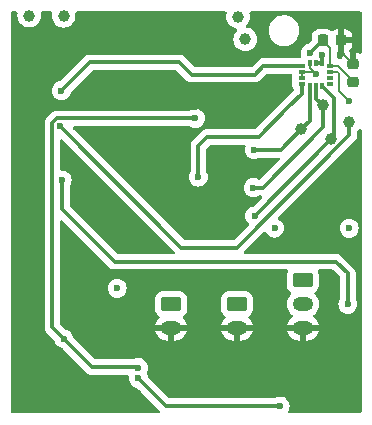
<source format=gbr>
%TF.GenerationSoftware,KiCad,Pcbnew,8.0.6*%
%TF.CreationDate,2024-11-21T01:25:50-08:00*%
%TF.ProjectId,LED20,4c454432-302e-46b6-9963-61645f706362,2*%
%TF.SameCoordinates,Original*%
%TF.FileFunction,Copper,L2,Bot*%
%TF.FilePolarity,Positive*%
%FSLAX46Y46*%
G04 Gerber Fmt 4.6, Leading zero omitted, Abs format (unit mm)*
G04 Created by KiCad (PCBNEW 8.0.6) date 2024-11-21 01:25:50*
%MOMM*%
%LPD*%
G01*
G04 APERTURE LIST*
G04 Aperture macros list*
%AMRoundRect*
0 Rectangle with rounded corners*
0 $1 Rounding radius*
0 $2 $3 $4 $5 $6 $7 $8 $9 X,Y pos of 4 corners*
0 Add a 4 corners polygon primitive as box body*
4,1,4,$2,$3,$4,$5,$6,$7,$8,$9,$2,$3,0*
0 Add four circle primitives for the rounded corners*
1,1,$1+$1,$2,$3*
1,1,$1+$1,$4,$5*
1,1,$1+$1,$6,$7*
1,1,$1+$1,$8,$9*
0 Add four rect primitives between the rounded corners*
20,1,$1+$1,$2,$3,$4,$5,0*
20,1,$1+$1,$4,$5,$6,$7,0*
20,1,$1+$1,$6,$7,$8,$9,0*
20,1,$1+$1,$8,$9,$2,$3,0*%
G04 Aperture macros list end*
%TA.AperFunction,ComponentPad*%
%ADD10RoundRect,0.250000X-0.625000X0.350000X-0.625000X-0.350000X0.625000X-0.350000X0.625000X0.350000X0*%
%TD*%
%TA.AperFunction,ComponentPad*%
%ADD11O,1.750000X1.200000*%
%TD*%
%TA.AperFunction,SMDPad,CuDef*%
%ADD12C,1.000000*%
%TD*%
%TA.AperFunction,SMDPad,CuDef*%
%ADD13RoundRect,0.225000X-0.250000X0.225000X-0.250000X-0.225000X0.250000X-0.225000X0.250000X0.225000X0*%
%TD*%
%TA.AperFunction,SMDPad,CuDef*%
%ADD14R,0.576580X0.351536*%
%TD*%
%TA.AperFunction,SMDPad,CuDef*%
%ADD15R,0.351536X0.576580*%
%TD*%
%TA.AperFunction,SMDPad,CuDef*%
%ADD16RoundRect,0.225000X0.225000X0.250000X-0.225000X0.250000X-0.225000X-0.250000X0.225000X-0.250000X0*%
%TD*%
%TA.AperFunction,ViaPad*%
%ADD17C,0.600000*%
%TD*%
%TA.AperFunction,Conductor*%
%ADD18C,0.304800*%
%TD*%
%TA.AperFunction,Conductor*%
%ADD19C,0.200000*%
%TD*%
%TA.AperFunction,Conductor*%
%ADD20C,0.203200*%
%TD*%
G04 APERTURE END LIST*
D10*
%TO.P,U6,1,1*%
%TO.N,+5V IN*%
X151155921Y-88608331D03*
D11*
%TO.P,U6,2,2*%
%TO.N,GND*%
X151155921Y-90608331D03*
%TD*%
D10*
%TO.P,D1,1,VDD*%
%TO.N,+5V*%
X156733847Y-86611446D03*
D11*
%TO.P,D1,2,DIN*%
%TO.N,3.3V Data (D4)*%
X156733847Y-88611446D03*
%TO.P,D1,3,VSS*%
%TO.N,GND*%
X156733847Y-90611446D03*
%TD*%
D10*
%TO.P,U7,1,1*%
%TO.N,VBATT*%
X145575412Y-88608331D03*
D11*
%TO.P,U7,2,2*%
%TO.N,GND*%
X145575412Y-90608331D03*
%TD*%
D12*
%TO.P,TP10,1,1*%
%TO.N,Net-(U1-INT2)*%
X160680206Y-73216858D03*
%TD*%
%TO.P,TP15,1,1*%
%TO.N,unconnected-(TP15-Pad1)*%
X133558215Y-64181695D03*
%TD*%
%TO.P,TP16,1,1*%
%TO.N,unconnected-(TP16-Pad1)*%
X136473277Y-64192789D03*
%TD*%
D13*
%TO.P,C5,1*%
%TO.N,GND*%
X160950275Y-68271751D03*
%TO.P,C5,2*%
%TO.N,3.3V*%
X160950275Y-69821751D03*
%TD*%
D14*
%TO.P,U1,1,SDO/SA0*%
%TO.N,Net-(U1-SDO{slash}SA0)*%
X156639353Y-69942353D03*
%TO.P,U1,2,SDx*%
%TO.N,3.3V*%
X156639353Y-69442352D03*
%TO.P,U1,3,SCx*%
X156639353Y-68942352D03*
%TO.P,U1,4,INT1*%
%TO.N,Net-(U1-INT1)*%
X156639353Y-68442351D03*
D15*
%TO.P,U1,5,VDDIO*%
%TO.N,3.3V*%
X157349654Y-68236052D03*
%TO.P,U1,6,GND*%
%TO.N,GND*%
X157849653Y-68236052D03*
%TO.P,U1,7,GND*%
X158349652Y-68236052D03*
D14*
%TO.P,U1,8,VDD*%
%TO.N,3.3V*%
X159059953Y-68442351D03*
%TO.P,U1,9,INT2*%
%TO.N,Net-(U1-INT2)*%
X159059953Y-68942352D03*
%TO.P,U1,10,NC*%
%TO.N,unconnected-(U1-NC-Pad10)*%
X159059953Y-69442352D03*
%TO.P,U1,11,NC*%
%TO.N,unconnected-(U1-NC-Pad11)*%
X159059953Y-69942353D03*
D15*
%TO.P,U1,12,CS*%
%TO.N,Net-(U1-CS)*%
X158349652Y-70148652D03*
%TO.P,U1,13,SCL*%
%TO.N,Net-(U1-SCL)*%
X157849653Y-70148652D03*
%TO.P,U1,14,SDA*%
%TO.N,Net-(U1-SDA)*%
X157349654Y-70148652D03*
%TD*%
D12*
%TO.P,TP7,1,1*%
%TO.N,Net-(U1-CS)*%
X159140756Y-74664675D03*
%TD*%
%TO.P,TP13,1,1*%
%TO.N,unconnected-(TP13-Pad1)*%
X151857879Y-66189222D03*
%TD*%
%TO.P,TP14,1,1*%
%TO.N,unconnected-(TP14-Pad1)*%
X151241689Y-64264802D03*
%TD*%
%TO.P,TP4,1,1*%
%TO.N,Net-(U1-SDA)*%
X156608313Y-73814663D03*
%TD*%
%TO.P,TP6,1,1*%
%TO.N,Net-(U1-SCL)*%
X158430138Y-71791608D03*
%TD*%
D16*
%TO.P,C4,2*%
%TO.N,3.3V*%
X158417930Y-66285353D03*
%TO.P,C4,1*%
%TO.N,GND*%
X159967930Y-66285353D03*
%TD*%
D17*
%TO.N,3.3V*%
X147632858Y-72883326D03*
%TO.N,GND*%
X158349652Y-67484429D03*
%TO.N,3.3V*%
X157349654Y-67353629D03*
%TO.N,Net-(U1-SDA)*%
X156608313Y-73814663D03*
%TO.N,Net-(U1-CS)*%
X159140756Y-74664675D03*
%TO.N,Net-(U1-SCL)*%
X158430138Y-71791608D03*
%TO.N,VBATT*%
X141008275Y-87276212D03*
%TO.N,Net-(U2-C+)*%
X154333075Y-82169007D03*
%TO.N,+5V*%
X160649673Y-82192994D03*
%TO.N,GND*%
X160637500Y-93450000D03*
X161174315Y-75882805D03*
X160899645Y-64735493D03*
X152647063Y-64284093D03*
X147637500Y-80450000D03*
X137637500Y-66450000D03*
X138991771Y-89796948D03*
X147637500Y-71950000D03*
X157288203Y-82709760D03*
X139137500Y-78450000D03*
X144137500Y-83450000D03*
X142794572Y-96159296D03*
X137637500Y-94950000D03*
X144637500Y-76950000D03*
X145130972Y-80127771D03*
X138637500Y-71950000D03*
X141885839Y-70673188D03*
X138637500Y-84950000D03*
%TO.N,3.3V*%
X157880031Y-69166348D03*
%TO.N,3.3V Data (D4)*%
X136346242Y-78108587D03*
X160536654Y-88625189D03*
%TO.N,Net-(U1-SDA)*%
X152624770Y-75551500D03*
%TO.N,Net-(U1-SDO{slash}SA0)*%
X147874161Y-77851844D03*
%TO.N,Net-(U1-SCL)*%
X152543623Y-78757729D03*
%TO.N,Net-(U1-CS)*%
X152657837Y-81147595D03*
%TO.N,Net-(U1-INT2)*%
X160680206Y-71450000D03*
X160680206Y-73216858D03*
X136183121Y-73557121D03*
%TO.N,Net-(U1-INT1)*%
X136287163Y-70544233D03*
%TO.N,unconnected-(TP13-Pad1)*%
X151857879Y-66189222D03*
%TO.N,unconnected-(TP14-Pad1)*%
X151241689Y-64264802D03*
%TO.N,unconnected-(TP15-Pad1)*%
X133558215Y-64181695D03*
%TO.N,unconnected-(TP16-Pad1)*%
X136473277Y-64192789D03*
%TO.N,Net-(U3-COLLECTOR)*%
X154796611Y-97243389D03*
X142807619Y-94892129D03*
%TO.N,3.3V*%
X136493951Y-91556451D03*
X142809323Y-94001798D03*
%TO.N,GND*%
X159908708Y-67506138D03*
X152637500Y-70463206D03*
%TD*%
D18*
%TO.N,3.3V*%
X135932474Y-72885135D02*
X147631049Y-72885135D01*
X135530721Y-73286888D02*
X135932474Y-72885135D01*
X147631049Y-72885135D02*
X147632858Y-72883326D01*
X135530721Y-90593221D02*
X135530721Y-73286888D01*
X136493951Y-91556451D02*
X135530721Y-90593221D01*
%TO.N,GND*%
X158349652Y-67484429D02*
X158349652Y-68236052D01*
D19*
X160184662Y-67506138D02*
X160950275Y-68271751D01*
X159908708Y-66344575D02*
X159967930Y-66285353D01*
X159908708Y-67506138D02*
X160184662Y-67506138D01*
X159908708Y-67506138D02*
X159908708Y-66344575D01*
D18*
%TO.N,3.3V*%
X157349654Y-67353629D02*
X158417930Y-66285353D01*
D19*
X159059953Y-68442351D02*
X159059953Y-66927376D01*
X159059953Y-66927376D02*
X158417930Y-66285353D01*
D18*
%TO.N,Net-(U1-INT1)*%
X147312452Y-69187116D02*
X152652626Y-69187116D01*
X146258030Y-68132694D02*
X147312452Y-69187116D01*
X138698702Y-68132694D02*
X146258030Y-68132694D01*
X152652626Y-69187116D02*
X153397391Y-68442351D01*
X136287163Y-70544233D02*
X138698702Y-68132694D01*
D20*
%TO.N,3.3V*%
X157349654Y-68635971D02*
X157349654Y-68236052D01*
X157880031Y-69166348D02*
X157349654Y-68635971D01*
D18*
%TO.N,Net-(U1-INT2)*%
X160680206Y-74330701D02*
X160680206Y-73216858D01*
X136183121Y-73557121D02*
X146449900Y-83823900D01*
X151187007Y-83823900D02*
X160680206Y-74330701D01*
X146449900Y-83823900D02*
X151187007Y-83823900D01*
D19*
%TO.N,3.3V*%
X160950275Y-69702930D02*
X160950275Y-69821751D01*
X159689696Y-68442351D02*
X160950275Y-69702930D01*
X159059953Y-68442351D02*
X159689696Y-68442351D01*
%TO.N,Net-(U1-INT2)*%
X159759934Y-69078275D02*
X159759934Y-70529728D01*
X159624011Y-68942352D02*
X159759934Y-69078275D01*
X159759934Y-70529728D02*
X160680206Y-71450000D01*
X159059953Y-68942352D02*
X159624011Y-68942352D01*
%TO.N,3.3V*%
X160950275Y-69821751D02*
X160995277Y-69866753D01*
D18*
%TO.N,Net-(U3-COLLECTOR)*%
X145158879Y-97243389D02*
X142807619Y-94892129D01*
X154796611Y-97243389D02*
X145158879Y-97243389D01*
%TO.N,3.3V*%
X138887500Y-93950000D02*
X136493951Y-91556451D01*
X142757525Y-93950000D02*
X138887500Y-93950000D01*
X142809323Y-94001798D02*
X142757525Y-93950000D01*
%TO.N,Net-(U1-SDA)*%
X152624770Y-75551500D02*
X154871476Y-75551500D01*
X154871476Y-75551500D02*
X156608313Y-73814663D01*
%TO.N,Net-(U1-SDO{slash}SA0)*%
X152993064Y-74450000D02*
X155484764Y-71958300D01*
X148637500Y-74450000D02*
X152993064Y-74450000D01*
X147874161Y-77851844D02*
X147874161Y-75213339D01*
X147874161Y-75213339D02*
X148637500Y-74450000D01*
%TO.N,Net-(U1-SCL)*%
X153329771Y-78757729D02*
X158430138Y-73657362D01*
X158430138Y-73657362D02*
X158430138Y-71791608D01*
X152543623Y-78757729D02*
X153329771Y-78757729D01*
%TO.N,Net-(U1-CS)*%
X152657837Y-81147595D02*
X152657837Y-81147594D01*
X152657837Y-81147594D02*
X159140756Y-74664675D01*
%TO.N,3.3V Data (D4)*%
X160536654Y-86019264D02*
X160536654Y-88625189D01*
X140785920Y-85021520D02*
X159538910Y-85021520D01*
X159538910Y-85021520D02*
X160536654Y-86019264D01*
X136346242Y-80581842D02*
X140785920Y-85021520D01*
X136346242Y-78108587D02*
X136346242Y-80581842D01*
%TO.N,GND*%
X157849653Y-68236052D02*
X158349652Y-68236052D01*
D20*
%TO.N,3.3V*%
X156639353Y-68942352D02*
X157656035Y-68942352D01*
X157656035Y-68942352D02*
X157880031Y-69166348D01*
X156639353Y-68942352D02*
X156639353Y-69442352D01*
D18*
%TO.N,Net-(U1-SDA)*%
X157349654Y-73073322D02*
X157349654Y-70148652D01*
X156608313Y-73814663D02*
X157349654Y-73073322D01*
%TO.N,Net-(U1-SDO{slash}SA0)*%
X156639353Y-69942353D02*
X156639353Y-70803711D01*
X156639353Y-70803711D02*
X155484764Y-71958300D01*
%TO.N,Net-(U1-SCL)*%
X158430138Y-71791608D02*
X157849653Y-71211123D01*
X157849653Y-71211123D02*
X157849653Y-70148652D01*
%TO.N,Net-(U1-CS)*%
X159383131Y-74422300D02*
X159383131Y-71182131D01*
X159140756Y-74664675D02*
X159383131Y-74422300D01*
X159383131Y-71182131D02*
X158349652Y-70148652D01*
%TO.N,Net-(U1-INT1)*%
X156639353Y-68442351D02*
X153397391Y-68442351D01*
%TD*%
%TA.AperFunction,Conductor*%
%TO.N,GND*%
G36*
X132517312Y-63858567D02*
G01*
X132563067Y-63911371D01*
X132573011Y-63980529D01*
X132572247Y-63984985D01*
X132552874Y-64181695D01*
X132572190Y-64377824D01*
X132629403Y-64566428D01*
X132722301Y-64740227D01*
X132722305Y-64740234D01*
X132847331Y-64892578D01*
X132999675Y-65017604D01*
X132999682Y-65017608D01*
X133173481Y-65110506D01*
X133173484Y-65110506D01*
X133173488Y-65110509D01*
X133362083Y-65167719D01*
X133558215Y-65187036D01*
X133754347Y-65167719D01*
X133942942Y-65110509D01*
X133961266Y-65100715D01*
X134095992Y-65028702D01*
X134116753Y-65017605D01*
X134269098Y-64892578D01*
X134394125Y-64740233D01*
X134487029Y-64566422D01*
X134544239Y-64377827D01*
X134563556Y-64181695D01*
X134544239Y-63985563D01*
X134543642Y-63979501D01*
X134545230Y-63979344D01*
X134550769Y-63917478D01*
X134593633Y-63862302D01*
X134659524Y-63839060D01*
X134666157Y-63838882D01*
X135367919Y-63838882D01*
X135434958Y-63858567D01*
X135480713Y-63911371D01*
X135490657Y-63980529D01*
X135488402Y-63990674D01*
X135488441Y-63990682D01*
X135487253Y-63996652D01*
X135467936Y-64192789D01*
X135487252Y-64388918D01*
X135487253Y-64388921D01*
X135541099Y-64566428D01*
X135544465Y-64577522D01*
X135637363Y-64751321D01*
X135637367Y-64751328D01*
X135762393Y-64903672D01*
X135914737Y-65028698D01*
X135914744Y-65028702D01*
X136088543Y-65121600D01*
X136088546Y-65121600D01*
X136088550Y-65121603D01*
X136277145Y-65178813D01*
X136473277Y-65198130D01*
X136669409Y-65178813D01*
X136858004Y-65121603D01*
X136878760Y-65110509D01*
X136944909Y-65075151D01*
X137031815Y-65028699D01*
X137184160Y-64903672D01*
X137309187Y-64751327D01*
X137402091Y-64577516D01*
X137459301Y-64388921D01*
X137478618Y-64192789D01*
X137459301Y-63996657D01*
X137459300Y-63996654D01*
X137459300Y-63996652D01*
X137458113Y-63990682D01*
X137459899Y-63990326D01*
X137459349Y-63929017D01*
X137496594Y-63869902D01*
X137559886Y-63840308D01*
X137578635Y-63838882D01*
X150158176Y-63838882D01*
X150225215Y-63858567D01*
X150270970Y-63911371D01*
X150280914Y-63980529D01*
X150276836Y-63998878D01*
X150255665Y-64068667D01*
X150236348Y-64264802D01*
X150255664Y-64460931D01*
X150255665Y-64460934D01*
X150287666Y-64566428D01*
X150312877Y-64649535D01*
X150405775Y-64823334D01*
X150405779Y-64823341D01*
X150530805Y-64975685D01*
X150683149Y-65100711D01*
X150683156Y-65100715D01*
X150856955Y-65193613D01*
X150856958Y-65193613D01*
X150856962Y-65193616D01*
X151045557Y-65250826D01*
X151085724Y-65254782D01*
X151150511Y-65280943D01*
X151190870Y-65337977D01*
X151193987Y-65407777D01*
X151158873Y-65468182D01*
X151152240Y-65474034D01*
X151146996Y-65478337D01*
X151021969Y-65630682D01*
X151021965Y-65630689D01*
X150929067Y-65804488D01*
X150871854Y-65993092D01*
X150852538Y-66189222D01*
X150871854Y-66385351D01*
X150871855Y-66385354D01*
X150925749Y-66563019D01*
X150929067Y-66573955D01*
X151021965Y-66747754D01*
X151021969Y-66747761D01*
X151146995Y-66900105D01*
X151299339Y-67025131D01*
X151299346Y-67025135D01*
X151473145Y-67118033D01*
X151473148Y-67118033D01*
X151473152Y-67118036D01*
X151661747Y-67175246D01*
X151857879Y-67194563D01*
X152054011Y-67175246D01*
X152242606Y-67118036D01*
X152416417Y-67025132D01*
X152568762Y-66900105D01*
X152693789Y-66747760D01*
X152757888Y-66627839D01*
X152786690Y-66573955D01*
X152786690Y-66573954D01*
X152786693Y-66573949D01*
X152843903Y-66385354D01*
X152863220Y-66189222D01*
X152843903Y-65993090D01*
X152786693Y-65804495D01*
X152786690Y-65804491D01*
X152786690Y-65804488D01*
X152693792Y-65630689D01*
X152693788Y-65630682D01*
X152568762Y-65478338D01*
X152416418Y-65353312D01*
X152416411Y-65353308D01*
X152405822Y-65347648D01*
X153837000Y-65347648D01*
X153837000Y-65552351D01*
X153869022Y-65754534D01*
X153932281Y-65949223D01*
X154025215Y-66131613D01*
X154145528Y-66297213D01*
X154290286Y-66441971D01*
X154414667Y-66532337D01*
X154455890Y-66562287D01*
X154572107Y-66621503D01*
X154638276Y-66655218D01*
X154638278Y-66655218D01*
X154638281Y-66655220D01*
X154723653Y-66682959D01*
X154832965Y-66718477D01*
X154934057Y-66734488D01*
X155035148Y-66750500D01*
X155035149Y-66750500D01*
X155239851Y-66750500D01*
X155239852Y-66750500D01*
X155442034Y-66718477D01*
X155636719Y-66655220D01*
X155819110Y-66562287D01*
X155912090Y-66494732D01*
X155984713Y-66441971D01*
X155984715Y-66441968D01*
X155984719Y-66441966D01*
X156129466Y-66297219D01*
X156129468Y-66297215D01*
X156129471Y-66297213D01*
X156182232Y-66224590D01*
X156249787Y-66131610D01*
X156342720Y-65949219D01*
X156405977Y-65754534D01*
X156438000Y-65552352D01*
X156438000Y-65347648D01*
X156412561Y-65187035D01*
X156405977Y-65145465D01*
X156342718Y-64950776D01*
X156309003Y-64884607D01*
X156249787Y-64768390D01*
X156229326Y-64740227D01*
X156129471Y-64602786D01*
X155984713Y-64458028D01*
X155819113Y-64337715D01*
X155819112Y-64337714D01*
X155819110Y-64337713D01*
X155762153Y-64308691D01*
X155636723Y-64244781D01*
X155442034Y-64181522D01*
X155267495Y-64153878D01*
X155239852Y-64149500D01*
X155035148Y-64149500D01*
X155010829Y-64153351D01*
X154832965Y-64181522D01*
X154638276Y-64244781D01*
X154455886Y-64337715D01*
X154290286Y-64458028D01*
X154145528Y-64602786D01*
X154025215Y-64768386D01*
X153932281Y-64950776D01*
X153869022Y-65145465D01*
X153837000Y-65347648D01*
X152405822Y-65347648D01*
X152242612Y-65260410D01*
X152242606Y-65260408D01*
X152054011Y-65203198D01*
X152054008Y-65203197D01*
X152013841Y-65199241D01*
X151949054Y-65173079D01*
X151908696Y-65116044D01*
X151905580Y-65046244D01*
X151940696Y-64985839D01*
X151947330Y-64979986D01*
X151952572Y-64975685D01*
X152077599Y-64823340D01*
X152170503Y-64649529D01*
X152227713Y-64460934D01*
X152247030Y-64264802D01*
X152227713Y-64068670D01*
X152206542Y-63998878D01*
X152205918Y-63929011D01*
X152243166Y-63869898D01*
X152306460Y-63840307D01*
X152325202Y-63838882D01*
X161587822Y-63838882D01*
X161654861Y-63858567D01*
X161700616Y-63911371D01*
X161711822Y-63962882D01*
X161711822Y-67288279D01*
X161692137Y-67355318D01*
X161639333Y-67401073D01*
X161570175Y-67411017D01*
X161522728Y-67393820D01*
X161508761Y-67385206D01*
X161508756Y-67385203D01*
X161347881Y-67331895D01*
X161248597Y-67321751D01*
X161200275Y-67321751D01*
X161200275Y-68397751D01*
X161180590Y-68464790D01*
X161127786Y-68510545D01*
X161076275Y-68521751D01*
X160824275Y-68521751D01*
X160757236Y-68502066D01*
X160711481Y-68449262D01*
X160700275Y-68397751D01*
X160700275Y-67321751D01*
X160687417Y-67308894D01*
X160664160Y-67302065D01*
X160618405Y-67249261D01*
X160608461Y-67180103D01*
X160637486Y-67116547D01*
X160643518Y-67110068D01*
X160765506Y-66988080D01*
X160854472Y-66843845D01*
X160854477Y-66843834D01*
X160907785Y-66682959D01*
X160917929Y-66583675D01*
X160917930Y-66583662D01*
X160917930Y-66535353D01*
X160217930Y-66535353D01*
X160217930Y-67260352D01*
X160251968Y-67294390D01*
X160285453Y-67355713D01*
X160280469Y-67425405D01*
X160251969Y-67469752D01*
X160127699Y-67594022D01*
X160038732Y-67738258D01*
X160038728Y-67738267D01*
X160021985Y-67788795D01*
X159982212Y-67846239D01*
X159917696Y-67873062D01*
X159872186Y-67869565D01*
X159768753Y-67841850D01*
X159768264Y-67841786D01*
X159767882Y-67841617D01*
X159760903Y-67839747D01*
X159761194Y-67838658D01*
X159704368Y-67813517D01*
X159665899Y-67755191D01*
X159660453Y-67718847D01*
X159660453Y-67369192D01*
X159680138Y-67302153D01*
X159696770Y-67281512D01*
X159717930Y-67260351D01*
X159717930Y-66035353D01*
X160217930Y-66035353D01*
X160917929Y-66035353D01*
X160917929Y-65987045D01*
X160917928Y-65987028D01*
X160907785Y-65887745D01*
X160854477Y-65726871D01*
X160854472Y-65726860D01*
X160765505Y-65582624D01*
X160765502Y-65582620D01*
X160645662Y-65462780D01*
X160645658Y-65462777D01*
X160501422Y-65373810D01*
X160501411Y-65373805D01*
X160340536Y-65320497D01*
X160241252Y-65310353D01*
X160217930Y-65310353D01*
X160217930Y-66035353D01*
X159717930Y-66035353D01*
X159717930Y-65310352D01*
X159694623Y-65310353D01*
X159694604Y-65310354D01*
X159595322Y-65320497D01*
X159434448Y-65373805D01*
X159434437Y-65373810D01*
X159290201Y-65462777D01*
X159290195Y-65462781D01*
X159280961Y-65472016D01*
X159219637Y-65505499D01*
X159149945Y-65500512D01*
X159105602Y-65472013D01*
X159095974Y-65462385D01*
X159095970Y-65462382D01*
X158951635Y-65373354D01*
X158951629Y-65373351D01*
X158951627Y-65373350D01*
X158874063Y-65347648D01*
X158790639Y-65320004D01*
X158691276Y-65309853D01*
X158144592Y-65309853D01*
X158144574Y-65309854D01*
X158045222Y-65320003D01*
X158045219Y-65320004D01*
X157884235Y-65373349D01*
X157884224Y-65373354D01*
X157739889Y-65462382D01*
X157739885Y-65462385D01*
X157619962Y-65582308D01*
X157619959Y-65582312D01*
X157530931Y-65726647D01*
X157530926Y-65726658D01*
X157477581Y-65887643D01*
X157467430Y-65987000D01*
X157467430Y-66261149D01*
X157447745Y-66328188D01*
X157431111Y-66348830D01*
X157247604Y-66532337D01*
X157186281Y-66565822D01*
X157173810Y-66567876D01*
X157170403Y-66568259D01*
X157000132Y-66627839D01*
X156847391Y-66723813D01*
X156719838Y-66851366D01*
X156623865Y-67004105D01*
X156564285Y-67174374D01*
X156564284Y-67174379D01*
X156544089Y-67353625D01*
X156544089Y-67353632D01*
X156564284Y-67532878D01*
X156564286Y-67532886D01*
X156588165Y-67601129D01*
X156591726Y-67670908D01*
X156556997Y-67731535D01*
X156495003Y-67763762D01*
X156471124Y-67766083D01*
X156303193Y-67766083D01*
X156303186Y-67766084D01*
X156243581Y-67772491D01*
X156228530Y-67778105D01*
X156219070Y-67781633D01*
X156175739Y-67789451D01*
X153333084Y-67789451D01*
X153206952Y-67814540D01*
X153206946Y-67814542D01*
X153107122Y-67855891D01*
X153107121Y-67855891D01*
X153088129Y-67863757D01*
X152981189Y-67935211D01*
X152981186Y-67935214D01*
X152418504Y-68497897D01*
X152357181Y-68531382D01*
X152330823Y-68534216D01*
X147634254Y-68534216D01*
X147567215Y-68514531D01*
X147546573Y-68497897D01*
X146674235Y-67625557D01*
X146674234Y-67625556D01*
X146637676Y-67601129D01*
X146567294Y-67554102D01*
X146516069Y-67532884D01*
X146448474Y-67504885D01*
X146448472Y-67504884D01*
X146445026Y-67504199D01*
X146443854Y-67503966D01*
X146322337Y-67479794D01*
X146322335Y-67479794D01*
X138634397Y-67479794D01*
X138634395Y-67479794D01*
X138512878Y-67503966D01*
X138511936Y-67504153D01*
X138508259Y-67504884D01*
X138508257Y-67504885D01*
X138389439Y-67554101D01*
X138282499Y-67625555D01*
X136185113Y-69722941D01*
X136123790Y-69756426D01*
X136111319Y-69758480D01*
X136107912Y-69758863D01*
X135937641Y-69818443D01*
X135784900Y-69914417D01*
X135657347Y-70041970D01*
X135561374Y-70194709D01*
X135501794Y-70364978D01*
X135501793Y-70364983D01*
X135481598Y-70544229D01*
X135481598Y-70544236D01*
X135501793Y-70723482D01*
X135501794Y-70723487D01*
X135561374Y-70893756D01*
X135657347Y-71046495D01*
X135784901Y-71174049D01*
X135937641Y-71270022D01*
X136107908Y-71329601D01*
X136107913Y-71329602D01*
X136287159Y-71349798D01*
X136287163Y-71349798D01*
X136287167Y-71349798D01*
X136466412Y-71329602D01*
X136466415Y-71329601D01*
X136466418Y-71329601D01*
X136636685Y-71270022D01*
X136789425Y-71174049D01*
X136916979Y-71046495D01*
X137012952Y-70893755D01*
X137072531Y-70723488D01*
X137072914Y-70720083D01*
X137073775Y-70718033D01*
X137074080Y-70716701D01*
X137074313Y-70716754D01*
X137099976Y-70655670D01*
X137108444Y-70646290D01*
X138932823Y-68821913D01*
X138994146Y-68788428D01*
X139020504Y-68785594D01*
X145936227Y-68785594D01*
X146003266Y-68805279D01*
X146023908Y-68821913D01*
X146896250Y-69694255D01*
X146968746Y-69742695D01*
X147003181Y-69765704D01*
X147003187Y-69765707D01*
X147003188Y-69765708D01*
X147122008Y-69814925D01*
X147122012Y-69814925D01*
X147122013Y-69814926D01*
X147248144Y-69840016D01*
X147248147Y-69840016D01*
X152716933Y-69840016D01*
X152825384Y-69818443D01*
X152843070Y-69814925D01*
X152961890Y-69765708D01*
X152968744Y-69761128D01*
X152982543Y-69751909D01*
X153039934Y-69713561D01*
X153068826Y-69694257D01*
X153631512Y-69131569D01*
X153692835Y-69098085D01*
X153719193Y-69095251D01*
X155726563Y-69095251D01*
X155793602Y-69114936D01*
X155839357Y-69167740D01*
X155850563Y-69219251D01*
X155850563Y-69665989D01*
X155850564Y-69666003D01*
X155851972Y-69679097D01*
X155851972Y-69705598D01*
X155850563Y-69718702D01*
X155850563Y-70165991D01*
X155850564Y-70165997D01*
X155856971Y-70225604D01*
X155907265Y-70360448D01*
X155907266Y-70360449D01*
X155907267Y-70360452D01*
X155950763Y-70418555D01*
X155975180Y-70484015D01*
X155960329Y-70552289D01*
X155939177Y-70580545D01*
X154977623Y-71542100D01*
X152758942Y-73760781D01*
X152697619Y-73794266D01*
X152671261Y-73797100D01*
X148573193Y-73797100D01*
X148447061Y-73822189D01*
X148447055Y-73822191D01*
X148328237Y-73871407D01*
X148221297Y-73942861D01*
X148221296Y-73942862D01*
X147367024Y-74797133D01*
X147367018Y-74797140D01*
X147320875Y-74866199D01*
X147320876Y-74866200D01*
X147295568Y-74904076D01*
X147246352Y-75022894D01*
X147246350Y-75022900D01*
X147221261Y-75149031D01*
X147221261Y-77350595D01*
X147202255Y-77416566D01*
X147148370Y-77502323D01*
X147088794Y-77672581D01*
X147088791Y-77672594D01*
X147068596Y-77851840D01*
X147068596Y-77851847D01*
X147088791Y-78031093D01*
X147088792Y-78031098D01*
X147148372Y-78201367D01*
X147244345Y-78354106D01*
X147371899Y-78481660D01*
X147462241Y-78538426D01*
X147519033Y-78574111D01*
X147524639Y-78577633D01*
X147616667Y-78609835D01*
X147694906Y-78637212D01*
X147694911Y-78637213D01*
X147874157Y-78657409D01*
X147874161Y-78657409D01*
X147874165Y-78657409D01*
X148053410Y-78637213D01*
X148053413Y-78637212D01*
X148053416Y-78637212D01*
X148223683Y-78577633D01*
X148376423Y-78481660D01*
X148503977Y-78354106D01*
X148599950Y-78201366D01*
X148659529Y-78031099D01*
X148666147Y-77972361D01*
X148679726Y-77851847D01*
X148679726Y-77851840D01*
X148659530Y-77672594D01*
X148659527Y-77672581D01*
X148599951Y-77502323D01*
X148546067Y-77416566D01*
X148527061Y-77350595D01*
X148527061Y-75535141D01*
X148546746Y-75468102D01*
X148563380Y-75447460D01*
X148871621Y-75139219D01*
X148932944Y-75105734D01*
X148959302Y-75102900D01*
X151758888Y-75102900D01*
X151825927Y-75122585D01*
X151871682Y-75175389D01*
X151881626Y-75244547D01*
X151875929Y-75267855D01*
X151839403Y-75372237D01*
X151839400Y-75372250D01*
X151819205Y-75551496D01*
X151819205Y-75551503D01*
X151839400Y-75730749D01*
X151839401Y-75730754D01*
X151898981Y-75901023D01*
X151994954Y-76053762D01*
X152122508Y-76181316D01*
X152275248Y-76277289D01*
X152445515Y-76336868D01*
X152445520Y-76336869D01*
X152624766Y-76357065D01*
X152624770Y-76357065D01*
X152624774Y-76357065D01*
X152804019Y-76336869D01*
X152804022Y-76336868D01*
X152804025Y-76336868D01*
X152974292Y-76277289D01*
X153060046Y-76223405D01*
X153126018Y-76204400D01*
X154660396Y-76204400D01*
X154727435Y-76224085D01*
X154773190Y-76276889D01*
X154783134Y-76346047D01*
X154754109Y-76409603D01*
X154748077Y-76416081D01*
X153109889Y-78054269D01*
X153048566Y-78087754D01*
X152978874Y-78082770D01*
X152956236Y-78071582D01*
X152893146Y-78031940D01*
X152722877Y-77972360D01*
X152722872Y-77972359D01*
X152543627Y-77952164D01*
X152543619Y-77952164D01*
X152364373Y-77972359D01*
X152364368Y-77972360D01*
X152194099Y-78031940D01*
X152041360Y-78127913D01*
X151913807Y-78255466D01*
X151817834Y-78408205D01*
X151758254Y-78578474D01*
X151758253Y-78578479D01*
X151738058Y-78757725D01*
X151738058Y-78757732D01*
X151758253Y-78936978D01*
X151758254Y-78936983D01*
X151817834Y-79107252D01*
X151913807Y-79259991D01*
X152041361Y-79387545D01*
X152194101Y-79483518D01*
X152364368Y-79543097D01*
X152364373Y-79543098D01*
X152543619Y-79563294D01*
X152543623Y-79563294D01*
X152543627Y-79563294D01*
X152722872Y-79543098D01*
X152722875Y-79543097D01*
X152722878Y-79543097D01*
X152893145Y-79483518D01*
X152978899Y-79429634D01*
X153044871Y-79410629D01*
X153172098Y-79410629D01*
X153239137Y-79430314D01*
X153284892Y-79483118D01*
X153294836Y-79552276D01*
X153265811Y-79615832D01*
X153259779Y-79622310D01*
X152555785Y-80326303D01*
X152494462Y-80359788D01*
X152481994Y-80361842D01*
X152478586Y-80362226D01*
X152478583Y-80362226D01*
X152478582Y-80362227D01*
X152429966Y-80379238D01*
X152308315Y-80421805D01*
X152155574Y-80517779D01*
X152028021Y-80645332D01*
X151932048Y-80798071D01*
X151872468Y-80968340D01*
X151872467Y-80968345D01*
X151852272Y-81147591D01*
X151852272Y-81147598D01*
X151872467Y-81326844D01*
X151872468Y-81326849D01*
X151932048Y-81497118D01*
X152028021Y-81649857D01*
X152145184Y-81767020D01*
X152178669Y-81828343D01*
X152173685Y-81898035D01*
X152145184Y-81942382D01*
X150952885Y-83134681D01*
X150891562Y-83168166D01*
X150865204Y-83171000D01*
X146771702Y-83171000D01*
X146704663Y-83151315D01*
X146684021Y-83134681D01*
X137299057Y-73749716D01*
X137265572Y-73688393D01*
X137270556Y-73618701D01*
X137312428Y-73562768D01*
X137377892Y-73538351D01*
X137386738Y-73538035D01*
X147134489Y-73538035D01*
X147200460Y-73557040D01*
X147283336Y-73609115D01*
X147453603Y-73668694D01*
X147453608Y-73668695D01*
X147632854Y-73688891D01*
X147632858Y-73688891D01*
X147632862Y-73688891D01*
X147812107Y-73668695D01*
X147812110Y-73668694D01*
X147812113Y-73668694D01*
X147982380Y-73609115D01*
X148135120Y-73513142D01*
X148262674Y-73385588D01*
X148358647Y-73232848D01*
X148418226Y-73062581D01*
X148427798Y-72977626D01*
X148438423Y-72883329D01*
X148438423Y-72883322D01*
X148418227Y-72704076D01*
X148418226Y-72704071D01*
X148358646Y-72533802D01*
X148262673Y-72381063D01*
X148135120Y-72253510D01*
X147982381Y-72157537D01*
X147812112Y-72097957D01*
X147812107Y-72097956D01*
X147632862Y-72077761D01*
X147632854Y-72077761D01*
X147453608Y-72097956D01*
X147453603Y-72097957D01*
X147283335Y-72157537D01*
X147194703Y-72213229D01*
X147128731Y-72232235D01*
X135868167Y-72232235D01*
X135742031Y-72257325D01*
X135742027Y-72257326D01*
X135692814Y-72277710D01*
X135692814Y-72277711D01*
X135674634Y-72285241D01*
X135623213Y-72306540D01*
X135623204Y-72306545D01*
X135516275Y-72377993D01*
X135516271Y-72377996D01*
X135023581Y-72870685D01*
X135023577Y-72870689D01*
X134970962Y-72949438D01*
X134970960Y-72949441D01*
X134952133Y-72977616D01*
X134952127Y-72977626D01*
X134902912Y-73096443D01*
X134902910Y-73096449D01*
X134877821Y-73222580D01*
X134877821Y-90657528D01*
X134878475Y-90660816D01*
X134896392Y-90750886D01*
X134902912Y-90783665D01*
X134952129Y-90902485D01*
X135006148Y-90983331D01*
X135023583Y-91009425D01*
X135023584Y-91009426D01*
X135672659Y-91658500D01*
X135706144Y-91719823D01*
X135708197Y-91732285D01*
X135708582Y-91735699D01*
X135708583Y-91735706D01*
X135768161Y-91905972D01*
X135768162Y-91905973D01*
X135864135Y-92058713D01*
X135991689Y-92186267D01*
X136144429Y-92282240D01*
X136314696Y-92341819D01*
X136318098Y-92342202D01*
X136320147Y-92343062D01*
X136321484Y-92343368D01*
X136321430Y-92343602D01*
X136382513Y-92369265D01*
X136391902Y-92377742D01*
X138471296Y-94457137D01*
X138471297Y-94457138D01*
X138471300Y-94457140D01*
X138541521Y-94504060D01*
X138578236Y-94528592D01*
X138697056Y-94577809D01*
X138697060Y-94577809D01*
X138697061Y-94577810D01*
X138823192Y-94602900D01*
X138823195Y-94602900D01*
X141895886Y-94602900D01*
X141962925Y-94622585D01*
X142008680Y-94675389D01*
X142019106Y-94740783D01*
X142002054Y-94892125D01*
X142002054Y-94892132D01*
X142022249Y-95071378D01*
X142022250Y-95071383D01*
X142081830Y-95241652D01*
X142177803Y-95394391D01*
X142305357Y-95521945D01*
X142458097Y-95617918D01*
X142628364Y-95677497D01*
X142631766Y-95677880D01*
X142633815Y-95678740D01*
X142635152Y-95679046D01*
X142635098Y-95679280D01*
X142696181Y-95704943D01*
X142705570Y-95713420D01*
X144618350Y-97626201D01*
X144651835Y-97687524D01*
X144646851Y-97757216D01*
X144604979Y-97813149D01*
X144539515Y-97837566D01*
X144530669Y-97837882D01*
X132116915Y-97837882D01*
X132049876Y-97818197D01*
X132004121Y-97765393D01*
X131992915Y-97713882D01*
X131992915Y-63962882D01*
X132012600Y-63895843D01*
X132065404Y-63850088D01*
X132116915Y-63838882D01*
X132450273Y-63838882D01*
X132517312Y-63858567D01*
G37*
%TD.AperFunction*%
%TA.AperFunction,Conductor*%
G36*
X161679328Y-73799802D02*
G01*
X161710044Y-73862558D01*
X161711822Y-73883484D01*
X161711822Y-97713882D01*
X161692137Y-97780921D01*
X161639333Y-97826676D01*
X161587822Y-97837882D01*
X155592836Y-97837882D01*
X155525797Y-97818197D01*
X155480042Y-97765393D01*
X155470098Y-97696235D01*
X155487842Y-97647910D01*
X155522399Y-97592912D01*
X155522400Y-97592911D01*
X155581979Y-97422644D01*
X155602176Y-97243389D01*
X155581979Y-97064134D01*
X155522400Y-96893867D01*
X155426427Y-96741127D01*
X155298873Y-96613573D01*
X155262135Y-96590489D01*
X155146134Y-96517600D01*
X154975865Y-96458020D01*
X154975860Y-96458019D01*
X154796615Y-96437824D01*
X154796607Y-96437824D01*
X154617361Y-96458019D01*
X154617356Y-96458020D01*
X154447088Y-96517600D01*
X154388888Y-96554170D01*
X154362416Y-96570804D01*
X154361335Y-96571483D01*
X154295363Y-96590489D01*
X145480681Y-96590489D01*
X145413642Y-96570804D01*
X145393000Y-96554170D01*
X143628910Y-94790080D01*
X143595425Y-94728757D01*
X143593370Y-94716276D01*
X143592987Y-94712874D01*
X143533408Y-94542607D01*
X143515616Y-94514291D01*
X143496616Y-94447055D01*
X143515617Y-94382346D01*
X143535111Y-94351322D01*
X143594691Y-94181052D01*
X143594692Y-94181047D01*
X143614888Y-94001801D01*
X143614888Y-94001794D01*
X143594692Y-93822548D01*
X143594691Y-93822543D01*
X143535111Y-93652274D01*
X143439138Y-93499535D01*
X143311585Y-93371982D01*
X143158846Y-93276009D01*
X142988577Y-93216429D01*
X142988572Y-93216428D01*
X142809327Y-93196233D01*
X142809319Y-93196233D01*
X142630073Y-93216428D01*
X142630068Y-93216429D01*
X142459800Y-93276009D01*
X142456481Y-93278095D01*
X142453958Y-93278821D01*
X142453528Y-93279029D01*
X142453492Y-93278955D01*
X142390510Y-93297100D01*
X139209302Y-93297100D01*
X139142263Y-93277415D01*
X139121621Y-93260781D01*
X137315242Y-91454402D01*
X137281757Y-91393079D01*
X137279702Y-91380598D01*
X137279319Y-91377196D01*
X137219740Y-91206929D01*
X137123767Y-91054189D01*
X136996213Y-90926635D01*
X136957775Y-90902483D01*
X136843472Y-90830661D01*
X136673206Y-90771083D01*
X136673199Y-90771082D01*
X136669785Y-90770697D01*
X136667732Y-90769834D01*
X136666417Y-90769534D01*
X136666469Y-90769303D01*
X136605373Y-90743623D01*
X136596000Y-90735159D01*
X136219940Y-90359099D01*
X136186455Y-90297776D01*
X136183621Y-90271418D01*
X136183621Y-88208314D01*
X144199912Y-88208314D01*
X144199912Y-89008332D01*
X144199913Y-89008350D01*
X144210412Y-89111127D01*
X144210413Y-89111130D01*
X144235963Y-89188234D01*
X144265598Y-89277665D01*
X144357700Y-89426987D01*
X144481756Y-89551043D01*
X144546393Y-89590911D01*
X144593117Y-89642857D01*
X144604340Y-89711820D01*
X144576497Y-89775902D01*
X144568978Y-89784130D01*
X144461376Y-89891732D01*
X144359607Y-90031806D01*
X144281003Y-90186075D01*
X144227497Y-90350746D01*
X144226296Y-90358330D01*
X144226297Y-90358331D01*
X145295082Y-90358331D01*
X145275337Y-90378076D01*
X145225968Y-90463586D01*
X145200412Y-90558961D01*
X145200412Y-90657701D01*
X145225968Y-90753076D01*
X145275337Y-90838586D01*
X145295082Y-90858331D01*
X144226297Y-90858331D01*
X144227497Y-90865915D01*
X144281003Y-91030586D01*
X144359607Y-91184855D01*
X144461379Y-91324933D01*
X144583809Y-91447363D01*
X144723887Y-91549135D01*
X144878154Y-91627739D01*
X145042827Y-91681245D01*
X145213841Y-91708331D01*
X145325412Y-91708331D01*
X145325412Y-90888661D01*
X145345157Y-90908406D01*
X145430667Y-90957775D01*
X145526042Y-90983331D01*
X145624782Y-90983331D01*
X145720157Y-90957775D01*
X145805667Y-90908406D01*
X145825412Y-90888661D01*
X145825412Y-91708331D01*
X145936983Y-91708331D01*
X146107996Y-91681245D01*
X146272669Y-91627739D01*
X146426936Y-91549135D01*
X146567014Y-91447363D01*
X146689444Y-91324933D01*
X146791216Y-91184855D01*
X146869820Y-91030586D01*
X146923326Y-90865915D01*
X146924527Y-90858331D01*
X145855742Y-90858331D01*
X145875487Y-90838586D01*
X145924856Y-90753076D01*
X145950412Y-90657701D01*
X145950412Y-90558961D01*
X145924856Y-90463586D01*
X145875487Y-90378076D01*
X145855742Y-90358331D01*
X146924527Y-90358331D01*
X146924527Y-90358330D01*
X146923326Y-90350746D01*
X146869820Y-90186075D01*
X146791216Y-90031806D01*
X146689444Y-89891728D01*
X146581846Y-89784130D01*
X146548361Y-89722807D01*
X146553345Y-89653115D01*
X146595217Y-89597182D01*
X146604407Y-89590925D01*
X146669068Y-89551043D01*
X146793124Y-89426987D01*
X146885226Y-89277665D01*
X146940411Y-89111128D01*
X146950912Y-89008340D01*
X146950911Y-88208323D01*
X146950910Y-88208314D01*
X149780421Y-88208314D01*
X149780421Y-89008332D01*
X149780422Y-89008350D01*
X149790921Y-89111127D01*
X149790922Y-89111130D01*
X149816472Y-89188234D01*
X149846107Y-89277665D01*
X149938209Y-89426987D01*
X150062265Y-89551043D01*
X150126902Y-89590911D01*
X150173626Y-89642857D01*
X150184849Y-89711820D01*
X150157006Y-89775902D01*
X150149487Y-89784130D01*
X150041885Y-89891732D01*
X149940116Y-90031806D01*
X149861512Y-90186075D01*
X149808006Y-90350746D01*
X149806805Y-90358330D01*
X149806806Y-90358331D01*
X150875591Y-90358331D01*
X150855846Y-90378076D01*
X150806477Y-90463586D01*
X150780921Y-90558961D01*
X150780921Y-90657701D01*
X150806477Y-90753076D01*
X150855846Y-90838586D01*
X150875591Y-90858331D01*
X149806806Y-90858331D01*
X149808006Y-90865915D01*
X149861512Y-91030586D01*
X149940116Y-91184855D01*
X150041888Y-91324933D01*
X150164318Y-91447363D01*
X150304396Y-91549135D01*
X150458663Y-91627739D01*
X150623336Y-91681245D01*
X150794350Y-91708331D01*
X150905921Y-91708331D01*
X150905921Y-90888661D01*
X150925666Y-90908406D01*
X151011176Y-90957775D01*
X151106551Y-90983331D01*
X151205291Y-90983331D01*
X151300666Y-90957775D01*
X151386176Y-90908406D01*
X151405921Y-90888661D01*
X151405921Y-91708331D01*
X151517492Y-91708331D01*
X151688505Y-91681245D01*
X151853178Y-91627739D01*
X152007445Y-91549135D01*
X152147523Y-91447363D01*
X152269953Y-91324933D01*
X152371725Y-91184855D01*
X152450329Y-91030586D01*
X152503835Y-90865915D01*
X152505036Y-90858331D01*
X151436251Y-90858331D01*
X151455996Y-90838586D01*
X151505365Y-90753076D01*
X151530921Y-90657701D01*
X151530921Y-90558961D01*
X151505365Y-90463586D01*
X151455996Y-90378076D01*
X151436251Y-90358331D01*
X152505036Y-90358331D01*
X152505036Y-90358330D01*
X152503835Y-90350746D01*
X152450329Y-90186075D01*
X152371725Y-90031806D01*
X152269953Y-89891728D01*
X152162355Y-89784130D01*
X152128870Y-89722807D01*
X152133854Y-89653115D01*
X152175726Y-89597182D01*
X152184916Y-89590925D01*
X152249577Y-89551043D01*
X152373633Y-89426987D01*
X152465735Y-89277665D01*
X152520920Y-89111128D01*
X152531421Y-89008340D01*
X152531420Y-88208323D01*
X152526449Y-88159664D01*
X152520920Y-88105534D01*
X152520919Y-88105531D01*
X152497434Y-88034658D01*
X152465735Y-87938997D01*
X152373633Y-87789675D01*
X152249577Y-87665619D01*
X152156809Y-87608400D01*
X152100257Y-87573518D01*
X152100252Y-87573516D01*
X152098783Y-87573029D01*
X151933718Y-87518332D01*
X151933716Y-87518331D01*
X151830931Y-87507831D01*
X150480919Y-87507831D01*
X150480902Y-87507832D01*
X150378124Y-87518331D01*
X150378121Y-87518332D01*
X150211589Y-87573516D01*
X150211584Y-87573518D01*
X150062263Y-87665620D01*
X149938210Y-87789673D01*
X149846108Y-87938994D01*
X149846106Y-87938999D01*
X149818270Y-88023001D01*
X149790922Y-88105534D01*
X149790922Y-88105535D01*
X149790921Y-88105535D01*
X149780421Y-88208314D01*
X146950910Y-88208314D01*
X146945940Y-88159664D01*
X146940411Y-88105534D01*
X146940410Y-88105531D01*
X146916925Y-88034658D01*
X146885226Y-87938997D01*
X146793124Y-87789675D01*
X146669068Y-87665619D01*
X146576300Y-87608400D01*
X146519748Y-87573518D01*
X146519743Y-87573516D01*
X146518274Y-87573029D01*
X146353209Y-87518332D01*
X146353207Y-87518331D01*
X146250422Y-87507831D01*
X144900410Y-87507831D01*
X144900393Y-87507832D01*
X144797615Y-87518331D01*
X144797612Y-87518332D01*
X144631080Y-87573516D01*
X144631075Y-87573518D01*
X144481754Y-87665620D01*
X144357701Y-87789673D01*
X144265599Y-87938994D01*
X144265597Y-87938999D01*
X144237761Y-88023001D01*
X144210413Y-88105534D01*
X144210413Y-88105535D01*
X144210412Y-88105535D01*
X144199912Y-88208314D01*
X136183621Y-88208314D01*
X136183621Y-87276208D01*
X140202710Y-87276208D01*
X140202710Y-87276215D01*
X140222905Y-87455461D01*
X140222906Y-87455466D01*
X140282486Y-87625735D01*
X140307547Y-87665619D01*
X140378459Y-87778474D01*
X140506013Y-87906028D01*
X140658753Y-88002001D01*
X140829020Y-88061580D01*
X140829025Y-88061581D01*
X141008271Y-88081777D01*
X141008275Y-88081777D01*
X141008279Y-88081777D01*
X141187524Y-88061581D01*
X141187527Y-88061580D01*
X141187530Y-88061580D01*
X141357797Y-88002001D01*
X141510537Y-87906028D01*
X141638091Y-87778474D01*
X141734064Y-87625734D01*
X141793643Y-87455467D01*
X141813325Y-87280782D01*
X141813840Y-87276215D01*
X141813840Y-87276208D01*
X141793644Y-87096962D01*
X141793643Y-87096957D01*
X141763727Y-87011462D01*
X141734064Y-86926690D01*
X141638091Y-86773950D01*
X141510537Y-86646396D01*
X141357798Y-86550423D01*
X141187529Y-86490843D01*
X141187524Y-86490842D01*
X141008279Y-86470647D01*
X141008271Y-86470647D01*
X140829025Y-86490842D01*
X140829020Y-86490843D01*
X140658751Y-86550423D01*
X140506012Y-86646396D01*
X140378459Y-86773949D01*
X140282486Y-86926688D01*
X140222906Y-87096957D01*
X140222905Y-87096962D01*
X140202710Y-87276208D01*
X136183621Y-87276208D01*
X136183621Y-81641923D01*
X136203306Y-81574884D01*
X136256110Y-81529129D01*
X136325268Y-81519185D01*
X136388824Y-81548210D01*
X136395302Y-81554242D01*
X140369715Y-85528656D01*
X140369718Y-85528659D01*
X140369721Y-85528661D01*
X140476656Y-85600112D01*
X140595476Y-85649329D01*
X140595480Y-85649329D01*
X140595481Y-85649330D01*
X140721612Y-85674420D01*
X140721615Y-85674420D01*
X155366972Y-85674420D01*
X155434011Y-85694105D01*
X155479766Y-85746909D01*
X155489710Y-85816067D01*
X155472511Y-85863515D01*
X155454476Y-85892754D01*
X155424034Y-85942109D01*
X155424033Y-85942112D01*
X155368848Y-86108649D01*
X155368848Y-86108650D01*
X155368847Y-86108650D01*
X155358347Y-86211429D01*
X155358347Y-87011447D01*
X155358348Y-87011465D01*
X155368847Y-87114242D01*
X155368848Y-87114245D01*
X155422518Y-87276208D01*
X155424033Y-87280780D01*
X155516135Y-87430102D01*
X155640191Y-87554158D01*
X155671579Y-87573518D01*
X155704390Y-87593756D01*
X155751115Y-87645704D01*
X155762336Y-87714667D01*
X155734493Y-87778749D01*
X155726975Y-87786976D01*
X155619432Y-87894519D01*
X155517615Y-88034657D01*
X155438975Y-88188998D01*
X155385444Y-88353748D01*
X155370843Y-88445939D01*
X155358347Y-88524835D01*
X155358347Y-88698057D01*
X155385445Y-88869147D01*
X155438974Y-89033891D01*
X155517615Y-89188234D01*
X155619433Y-89328374D01*
X155741919Y-89450860D01*
X155825296Y-89511437D01*
X155867961Y-89566768D01*
X155873940Y-89636381D01*
X155841334Y-89698176D01*
X155825295Y-89712073D01*
X155742251Y-89772407D01*
X155742246Y-89772411D01*
X155619814Y-89894843D01*
X155518042Y-90034921D01*
X155439438Y-90189190D01*
X155385932Y-90353861D01*
X155384731Y-90361445D01*
X155384732Y-90361446D01*
X156453517Y-90361446D01*
X156433772Y-90381191D01*
X156384403Y-90466701D01*
X156358847Y-90562076D01*
X156358847Y-90660816D01*
X156384403Y-90756191D01*
X156433772Y-90841701D01*
X156453517Y-90861446D01*
X155384732Y-90861446D01*
X155385932Y-90869030D01*
X155439438Y-91033701D01*
X155518042Y-91187970D01*
X155619814Y-91328048D01*
X155742244Y-91450478D01*
X155882322Y-91552250D01*
X156036589Y-91630854D01*
X156201262Y-91684360D01*
X156372276Y-91711446D01*
X156483847Y-91711446D01*
X156483847Y-90891776D01*
X156503592Y-90911521D01*
X156589102Y-90960890D01*
X156684477Y-90986446D01*
X156783217Y-90986446D01*
X156878592Y-90960890D01*
X156964102Y-90911521D01*
X156983847Y-90891776D01*
X156983847Y-91711446D01*
X157095418Y-91711446D01*
X157266431Y-91684360D01*
X157431104Y-91630854D01*
X157585371Y-91552250D01*
X157725449Y-91450478D01*
X157847879Y-91328048D01*
X157949651Y-91187970D01*
X158028255Y-91033701D01*
X158081761Y-90869030D01*
X158082962Y-90861446D01*
X157014177Y-90861446D01*
X157033922Y-90841701D01*
X157083291Y-90756191D01*
X157108847Y-90660816D01*
X157108847Y-90562076D01*
X157083291Y-90466701D01*
X157033922Y-90381191D01*
X157014177Y-90361446D01*
X158082962Y-90361446D01*
X158082962Y-90361445D01*
X158081761Y-90353861D01*
X158028255Y-90189190D01*
X157949651Y-90034921D01*
X157847879Y-89894843D01*
X157725449Y-89772413D01*
X157642398Y-89712074D01*
X157599732Y-89656744D01*
X157593753Y-89587131D01*
X157626358Y-89525335D01*
X157642398Y-89511437D01*
X157725775Y-89450860D01*
X157848261Y-89328374D01*
X157950079Y-89188234D01*
X158028720Y-89033891D01*
X158082249Y-88869147D01*
X158109347Y-88698057D01*
X158109347Y-88524835D01*
X158082249Y-88353745D01*
X158028720Y-88189001D01*
X157950079Y-88034658D01*
X157848261Y-87894518D01*
X157740719Y-87786976D01*
X157707234Y-87725653D01*
X157712218Y-87655961D01*
X157754090Y-87600028D01*
X157763304Y-87593756D01*
X157796115Y-87573518D01*
X157827503Y-87554158D01*
X157951559Y-87430102D01*
X158043661Y-87280780D01*
X158098846Y-87114243D01*
X158109347Y-87011455D01*
X158109346Y-86211438D01*
X158098846Y-86108649D01*
X158043661Y-85942112D01*
X157995182Y-85863515D01*
X157976743Y-85796124D01*
X157997666Y-85729461D01*
X158051308Y-85684691D01*
X158100722Y-85674420D01*
X159217107Y-85674420D01*
X159284146Y-85694105D01*
X159304788Y-85710739D01*
X159847435Y-86253385D01*
X159880920Y-86314708D01*
X159883754Y-86341066D01*
X159883754Y-88123940D01*
X159864748Y-88189911D01*
X159810863Y-88275668D01*
X159751287Y-88445926D01*
X159751284Y-88445939D01*
X159731089Y-88625185D01*
X159731089Y-88625192D01*
X159751284Y-88804438D01*
X159751285Y-88804443D01*
X159810865Y-88974712D01*
X159896580Y-89111126D01*
X159906838Y-89127451D01*
X160034392Y-89255005D01*
X160124734Y-89311771D01*
X160151159Y-89328375D01*
X160187132Y-89350978D01*
X160357399Y-89410557D01*
X160357404Y-89410558D01*
X160536650Y-89430754D01*
X160536654Y-89430754D01*
X160536658Y-89430754D01*
X160715903Y-89410558D01*
X160715906Y-89410557D01*
X160715909Y-89410557D01*
X160886176Y-89350978D01*
X161038916Y-89255005D01*
X161166470Y-89127451D01*
X161262443Y-88974711D01*
X161322022Y-88804444D01*
X161342219Y-88625189D01*
X161322022Y-88445934D01*
X161322021Y-88445932D01*
X161322020Y-88445926D01*
X161262444Y-88275668D01*
X161208560Y-88189911D01*
X161189554Y-88123940D01*
X161189554Y-85954956D01*
X161164464Y-85828825D01*
X161164463Y-85828824D01*
X161164463Y-85828820D01*
X161115246Y-85710000D01*
X161115244Y-85709997D01*
X161091472Y-85674419D01*
X161091472Y-85674420D01*
X161043792Y-85603061D01*
X161043789Y-85603058D01*
X159955115Y-84514383D01*
X159955114Y-84514382D01*
X159955110Y-84514379D01*
X159848174Y-84442928D01*
X159729354Y-84393711D01*
X159729348Y-84393709D01*
X159603217Y-84368620D01*
X159603215Y-84368620D01*
X151864991Y-84368620D01*
X151797952Y-84348935D01*
X151752197Y-84296131D01*
X151742253Y-84226973D01*
X151771278Y-84163417D01*
X151777310Y-84156939D01*
X153423415Y-82510832D01*
X153484738Y-82477347D01*
X153554429Y-82482331D01*
X153610363Y-82524203D01*
X153616090Y-82532541D01*
X153703259Y-82671269D01*
X153830813Y-82798823D01*
X153983553Y-82894796D01*
X154052104Y-82918783D01*
X154153820Y-82954375D01*
X154153825Y-82954376D01*
X154333071Y-82974572D01*
X154333075Y-82974572D01*
X154333079Y-82974572D01*
X154512324Y-82954376D01*
X154512327Y-82954375D01*
X154512330Y-82954375D01*
X154682597Y-82894796D01*
X154835337Y-82798823D01*
X154962891Y-82671269D01*
X155058864Y-82518529D01*
X155118443Y-82348262D01*
X155135937Y-82192997D01*
X155135938Y-82192990D01*
X159844108Y-82192990D01*
X159844108Y-82192997D01*
X159864303Y-82372243D01*
X159864304Y-82372248D01*
X159923884Y-82542517D01*
X160004785Y-82671269D01*
X160019857Y-82695256D01*
X160147411Y-82822810D01*
X160300151Y-82918783D01*
X160401867Y-82954375D01*
X160470418Y-82978362D01*
X160470423Y-82978363D01*
X160649669Y-82998559D01*
X160649673Y-82998559D01*
X160649677Y-82998559D01*
X160828922Y-82978363D01*
X160828925Y-82978362D01*
X160828928Y-82978362D01*
X160999195Y-82918783D01*
X161151935Y-82822810D01*
X161279489Y-82695256D01*
X161375462Y-82542516D01*
X161435041Y-82372249D01*
X161437744Y-82348261D01*
X161455238Y-82192997D01*
X161455238Y-82192990D01*
X161435042Y-82013744D01*
X161435041Y-82013739D01*
X161375461Y-81843470D01*
X161279488Y-81690731D01*
X161151935Y-81563178D01*
X160999196Y-81467205D01*
X160828927Y-81407625D01*
X160828922Y-81407624D01*
X160649677Y-81387429D01*
X160649669Y-81387429D01*
X160470423Y-81407624D01*
X160470418Y-81407625D01*
X160300149Y-81467205D01*
X160147410Y-81563178D01*
X160019857Y-81690731D01*
X159923884Y-81843470D01*
X159864304Y-82013739D01*
X159864303Y-82013744D01*
X159844108Y-82192990D01*
X155135938Y-82192990D01*
X155138640Y-82169010D01*
X155138640Y-82169003D01*
X155118444Y-81989757D01*
X155118443Y-81989752D01*
X155058864Y-81819485D01*
X154962891Y-81666745D01*
X154835337Y-81539191D01*
X154696607Y-81452021D01*
X154650317Y-81399687D01*
X154639669Y-81330634D01*
X154668044Y-81266785D01*
X154674887Y-81259359D01*
X161187347Y-74746900D01*
X161258798Y-74639965D01*
X161291739Y-74560439D01*
X161308015Y-74521145D01*
X161333106Y-74395006D01*
X161333106Y-74033973D01*
X161352791Y-73966934D01*
X161378444Y-73938118D01*
X161391089Y-73927741D01*
X161491969Y-73804818D01*
X161549715Y-73765485D01*
X161619560Y-73763614D01*
X161679328Y-73799802D01*
G37*
%TD.AperFunction*%
%TA.AperFunction,Conductor*%
G36*
X136388824Y-74686610D02*
G01*
X136395302Y-74692642D01*
X145859598Y-84156939D01*
X145893083Y-84218262D01*
X145888099Y-84287954D01*
X145846227Y-84343887D01*
X145780763Y-84368304D01*
X145771917Y-84368620D01*
X141107722Y-84368620D01*
X141040683Y-84348935D01*
X141020041Y-84332301D01*
X137035461Y-80347720D01*
X137001976Y-80286397D01*
X136999142Y-80260039D01*
X136999142Y-78609835D01*
X137018148Y-78543863D01*
X137072031Y-78458109D01*
X137131610Y-78287842D01*
X137135258Y-78255466D01*
X137151807Y-78108590D01*
X137151807Y-78108583D01*
X137131611Y-77929337D01*
X137131610Y-77929332D01*
X137072030Y-77759063D01*
X136976057Y-77606324D01*
X136848504Y-77478771D01*
X136695765Y-77382798D01*
X136525496Y-77323218D01*
X136525491Y-77323217D01*
X136346246Y-77303022D01*
X136346243Y-77303022D01*
X136346242Y-77303022D01*
X136341626Y-77303542D01*
X136321501Y-77305809D01*
X136252679Y-77293752D01*
X136201301Y-77246401D01*
X136183621Y-77182588D01*
X136183621Y-74780323D01*
X136203306Y-74713284D01*
X136256110Y-74667529D01*
X136325268Y-74657585D01*
X136388824Y-74686610D01*
G37*
%TD.AperFunction*%
%TD*%
M02*

</source>
